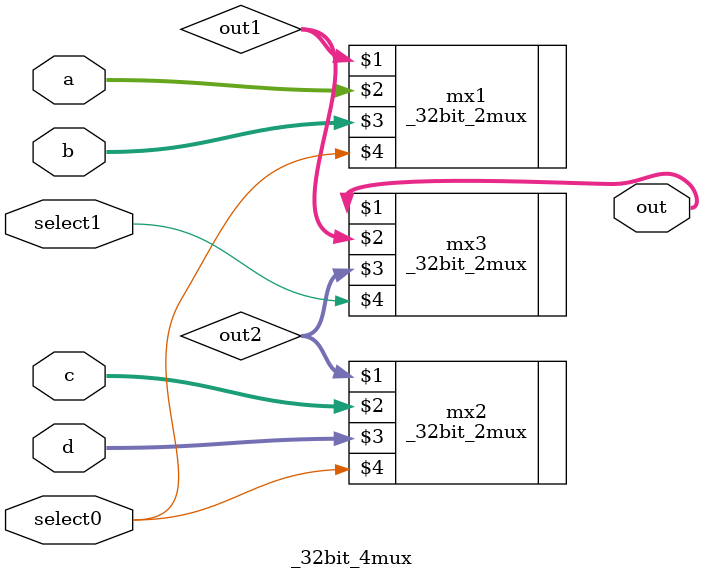
<source format=v>
module _32bit_4mux(out, a,b,c,d, select0, select1);
input [31:0] a,b,c,d;
input select0, select1;
output [31:0] out;
wire [31:0] out1, out2;

_32bit_2mux mx1(out1, a,b,select0);
_32bit_2mux mx2(out2, c,d,select0);
_32bit_2mux mx3(out, out1, out2, select1);

endmodule

</source>
